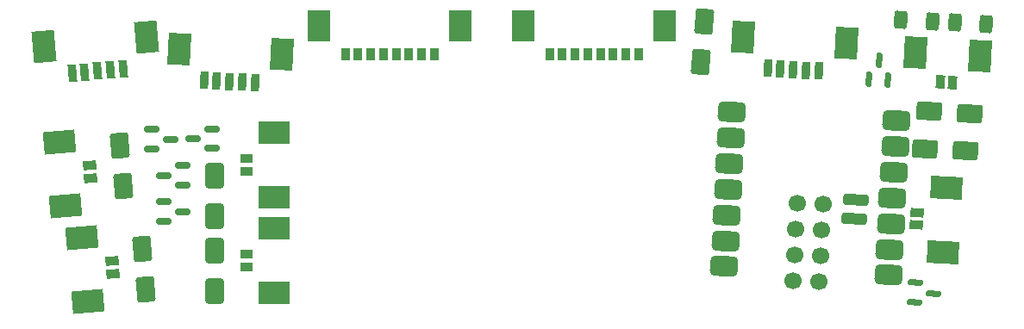
<source format=gbr>
%TF.GenerationSoftware,KiCad,Pcbnew,9.0.1*%
%TF.CreationDate,2025-06-09T02:27:10-04:00*%
%TF.ProjectId,Pneumatactors_1Xiao_3PiezoPumps_6Valves_TwoPiece,506e6575-6d61-4746-9163-746f72735f31,rev?*%
%TF.SameCoordinates,Original*%
%TF.FileFunction,Paste,Top*%
%TF.FilePolarity,Positive*%
%FSLAX46Y46*%
G04 Gerber Fmt 4.6, Leading zero omitted, Abs format (unit mm)*
G04 Created by KiCad (PCBNEW 9.0.1) date 2025-06-09 02:27:10*
%MOMM*%
%LPD*%
G01*
G04 APERTURE LIST*
G04 Aperture macros list*
%AMRoundRect*
0 Rectangle with rounded corners*
0 $1 Rounding radius*
0 $2 $3 $4 $5 $6 $7 $8 $9 X,Y pos of 4 corners*
0 Add a 4 corners polygon primitive as box body*
4,1,4,$2,$3,$4,$5,$6,$7,$8,$9,$2,$3,0*
0 Add four circle primitives for the rounded corners*
1,1,$1+$1,$2,$3*
1,1,$1+$1,$4,$5*
1,1,$1+$1,$6,$7*
1,1,$1+$1,$8,$9*
0 Add four rect primitives between the rounded corners*
20,1,$1+$1,$2,$3,$4,$5,0*
20,1,$1+$1,$4,$5,$6,$7,0*
20,1,$1+$1,$6,$7,$8,$9,0*
20,1,$1+$1,$8,$9,$2,$3,0*%
%AMRotRect*
0 Rectangle, with rotation*
0 The origin of the aperture is its center*
0 $1 length*
0 $2 width*
0 $3 Rotation angle, in degrees counterclockwise*
0 Add horizontal line*
21,1,$1,$2,0,0,$3*%
G04 Aperture macros list end*
%ADD10RoundRect,0.150000X-0.594545X-0.119047X0.578844X-0.180542X0.594545X0.119047X-0.578844X0.180542X0*%
%ADD11RoundRect,0.250000X-0.734682X0.939543X-0.560371X-1.052846X0.734682X-0.939543X0.560371X1.052846X0*%
%ADD12R,1.295400X0.889000*%
%ADD13R,3.098800X2.209800*%
%ADD14R,0.889000X1.295400*%
%ADD15R,2.209800X3.098800*%
%ADD16RoundRect,0.250000X-0.432162X-0.603209X0.366742X-0.645078X0.432162X0.603209X-0.366742X0.645078X0*%
%ADD17RoundRect,0.500000X0.899969X0.453521X-0.847633X0.545109X-0.899969X-0.453521X0.847633X-0.545109X0*%
%ADD18RoundRect,0.275000X-0.988056X-0.223596X0.959271X-0.325651X0.988056X0.223596X-0.959271X0.325651X0*%
%ADD19C,1.700000*%
%ADD20RoundRect,0.250000X0.560371X-1.052846X0.734682X0.939543X-0.560371X1.052846X-0.734682X-0.939543X0*%
%ADD21RoundRect,0.150000X-0.587500X-0.150000X0.587500X-0.150000X0.587500X0.150000X-0.587500X0.150000X0*%
%ADD22RoundRect,0.250000X1.032648X0.596773X-0.964611X0.701445X-1.032648X-0.596773X0.964611X-0.701445X0*%
%ADD23RotRect,0.812800X1.701800X357.000000*%
%ADD24RotRect,2.209800X3.098800X357.000000*%
%ADD25RotRect,0.889000X1.295400X95.000000*%
%ADD26RotRect,2.209800X3.098800X95.000000*%
%ADD27RoundRect,0.150000X0.587500X0.150000X-0.587500X0.150000X-0.587500X-0.150000X0.587500X-0.150000X0*%
%ADD28RotRect,0.889000X1.295400X357.000000*%
%ADD29RoundRect,0.150000X0.119047X-0.594545X0.180542X0.578844X-0.119047X0.594545X-0.180542X-0.578844X0*%
%ADD30RotRect,0.812800X1.701800X5.000000*%
%ADD31RotRect,2.209800X3.098800X5.000000*%
%ADD32RoundRect,0.250000X0.734682X-0.939543X0.560371X1.052846X-0.734682X0.939543X-0.560371X-1.052846X0*%
%ADD33RoundRect,0.250000X-0.650000X1.000000X-0.650000X-1.000000X0.650000X-1.000000X0.650000X1.000000X0*%
%ADD34RotRect,0.889000X1.295400X267.000000*%
%ADD35RotRect,2.209800X3.098800X267.000000*%
G04 APERTURE END LIST*
D10*
%TO.C,Q2*%
X226876327Y-83408172D03*
X226776889Y-85305568D03*
X228699038Y-84455000D03*
%TD*%
D11*
%TO.C,D6*%
X148748187Y-69889610D03*
X149096813Y-73874390D03*
%TD*%
D12*
%TO.C,J4*%
X161150700Y-72441000D03*
X161150700Y-71191000D03*
D13*
X163900700Y-68641000D03*
X163900700Y-74991000D03*
%TD*%
D14*
%TO.C,J12*%
X199701000Y-60923800D03*
X198451000Y-60923800D03*
X197201000Y-60923800D03*
X195951000Y-60923800D03*
X194701000Y-60923800D03*
X193451000Y-60923800D03*
X192201000Y-60923800D03*
X190951000Y-60923800D03*
D15*
X188401000Y-58173800D03*
X202251000Y-58173800D03*
%TD*%
D16*
%TO.C,R1*%
X225476823Y-57565883D03*
X228572575Y-57728125D03*
%TD*%
D17*
%TO.C,U2*%
X224240799Y-82649525D03*
X224373732Y-80113006D03*
X224506666Y-77576487D03*
X224639599Y-75039968D03*
X224772532Y-72503449D03*
X224905466Y-69966930D03*
X225038399Y-67430411D03*
X208895553Y-66584400D03*
X208762619Y-69120919D03*
X208629686Y-71657438D03*
X208496753Y-74193957D03*
X208363819Y-76730476D03*
X208230886Y-79266995D03*
X208097953Y-81803514D03*
D18*
X221014554Y-75232511D03*
X220914854Y-77134901D03*
D19*
X217412134Y-83305038D03*
X214875615Y-83172105D03*
X217545067Y-80768519D03*
X215008548Y-80635586D03*
X217678000Y-78232000D03*
X215141481Y-78099067D03*
X217810934Y-75695481D03*
X215274415Y-75562548D03*
%TD*%
D20*
%TO.C,D1*%
X205819688Y-61682389D03*
X206168312Y-57697611D03*
%TD*%
D21*
%TO.C,Q3*%
X151873500Y-68326000D03*
X151873500Y-70226000D03*
X153748500Y-69276000D03*
%TD*%
D22*
%TO.C,D2*%
X232265341Y-66746348D03*
X228270823Y-66537004D03*
%TD*%
D23*
%TO.C,J8*%
X217382709Y-62574937D03*
X216134422Y-62509517D03*
X214886135Y-62444097D03*
X213637848Y-62378678D03*
X212389561Y-62313258D03*
D24*
X209994830Y-59283776D03*
X220080989Y-59812369D03*
%TD*%
D22*
%TO.C,D3*%
X231792082Y-70451676D03*
X227797564Y-70242332D03*
%TD*%
D25*
%TO.C,J7*%
X147983733Y-81245433D03*
X148092678Y-82490676D03*
D26*
X145575389Y-85270651D03*
X145021949Y-78944815D03*
%TD*%
D23*
%TO.C,J9*%
X162003684Y-63737360D03*
X160755397Y-63671939D03*
X159507110Y-63606520D03*
X158258823Y-63541099D03*
X157010536Y-63475680D03*
D24*
X154615806Y-60446198D03*
X164701963Y-60974792D03*
%TD*%
D27*
%TO.C,Q6*%
X154940000Y-73782000D03*
X154940000Y-71882000D03*
X153065000Y-72832000D03*
%TD*%
D16*
%TO.C,R2*%
X230763071Y-57819883D03*
X233858823Y-57982125D03*
%TD*%
D27*
%TO.C,Q5*%
X157812500Y-70160000D03*
X157812500Y-68260000D03*
X155937500Y-69210000D03*
%TD*%
D28*
%TO.C,J2*%
X230568514Y-63736779D03*
X229320227Y-63671359D03*
D24*
X226917646Y-60791671D03*
X233258944Y-61124004D03*
%TD*%
D29*
%TO.C,Q1*%
X222309427Y-63389566D03*
X224206823Y-63489004D03*
X223356255Y-61566855D03*
%TD*%
D30*
%TO.C,J10*%
X149047630Y-62365558D03*
X147802387Y-62474502D03*
X146557144Y-62583448D03*
X145311900Y-62692392D03*
X144066656Y-62801337D03*
D31*
X141273609Y-60134620D03*
X151335179Y-59254347D03*
%TD*%
D32*
%TO.C,D7*%
X151304311Y-84034389D03*
X150955689Y-80049611D03*
%TD*%
D33*
%TO.C,D5*%
X158066500Y-80230000D03*
X158066500Y-84230000D03*
%TD*%
D21*
%TO.C,Q4*%
X153065000Y-75438000D03*
X153065000Y-77338000D03*
X154940000Y-76388000D03*
%TD*%
D12*
%TO.C,J5*%
X161150700Y-81839000D03*
X161150700Y-80589000D03*
D13*
X163900700Y-78039000D03*
X163900700Y-84389000D03*
%TD*%
D33*
%TO.C,D4*%
X158066500Y-72864000D03*
X158066500Y-76864000D03*
%TD*%
D34*
%TO.C,J3*%
X227007048Y-77724695D03*
X227072468Y-76476408D03*
D35*
X229952156Y-74073827D03*
X229619823Y-80415125D03*
%TD*%
D25*
%TO.C,J6*%
X145796000Y-71847433D03*
X145904944Y-73092676D03*
D26*
X143387656Y-75872651D03*
X142834216Y-69546815D03*
%TD*%
D14*
%TO.C,J11*%
X179635000Y-60923800D03*
X178385000Y-60923800D03*
X177135000Y-60923800D03*
X175885000Y-60923800D03*
X174635000Y-60923800D03*
X173385000Y-60923800D03*
X172135000Y-60923800D03*
X170885000Y-60923800D03*
D15*
X168335000Y-58173800D03*
X182185000Y-58173800D03*
%TD*%
M02*

</source>
